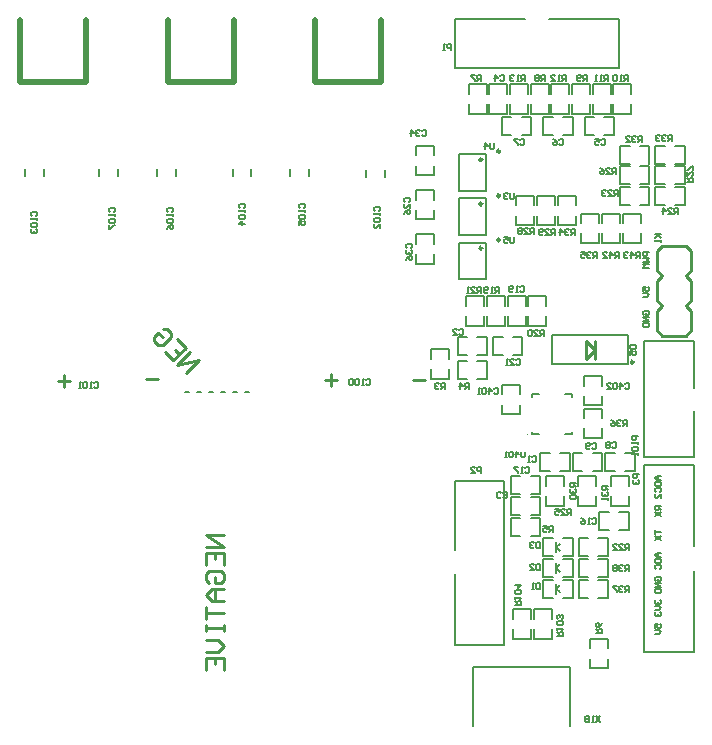
<source format=gbo>
G04*
G04 #@! TF.GenerationSoftware,Altium Limited,Altium Designer,19.1.8 (144)*
G04*
G04 Layer_Color=39423*
%FSLAX25Y25*%
%MOIN*%
G70*
G01*
G75*
%ADD10C,0.01000*%
%ADD11C,0.00984*%
%ADD13C,0.00787*%
%ADD14C,0.00700*%
%ADD15C,0.00500*%
%ADD126C,0.00394*%
%ADD127C,0.01968*%
D10*
X-13386Y-104882D02*
X-11575Y-106693D01*
X-13386Y-104882D02*
Y-98504D01*
X-11575Y-96693D01*
X-13386Y-94882D02*
X-11575Y-96693D01*
X-13386Y-94882D02*
Y-88504D01*
X-11575Y-86693D01*
X-13386Y-84882D02*
X-11575Y-86693D01*
X-13386Y-84882D02*
Y-78504D01*
X-11575Y-76693D01*
X-3701D01*
X-1890Y-78504D01*
Y-84882D02*
Y-78504D01*
X-3701Y-86693D02*
X-1890Y-84882D01*
X-3701Y-86693D02*
X-1890Y-88504D01*
Y-94882D02*
Y-88504D01*
X-3701Y-96693D02*
X-1890Y-94882D01*
X-3701Y-96693D02*
X-1890Y-98504D01*
Y-104882D02*
Y-98504D01*
X-3701Y-106693D02*
X-1890Y-104882D01*
X-11575Y-106693D02*
X-3701D01*
X-33941Y-114279D02*
Y-108374D01*
X-36894Y-114279D02*
X-33941Y-111327D01*
X-36894Y-114279D02*
Y-108374D01*
X-33941Y-111327D01*
Y-111327D02*
Y-111327D01*
X-183465Y-121109D02*
X-179466D01*
X-212992Y-121897D02*
X-208993D01*
X-210993Y-123896D02*
Y-119897D01*
X-124016Y-121503D02*
X-120017D01*
X-122016Y-123502D02*
Y-119504D01*
X-94488Y-121503D02*
X-90490D01*
X-157480Y-173228D02*
X-163478D01*
X-157480Y-177227D01*
X-163478D01*
Y-183225D02*
Y-179226D01*
X-157480D01*
Y-183225D01*
X-160479Y-179226D02*
Y-181226D01*
X-162479Y-189223D02*
X-163478Y-188224D01*
Y-186224D01*
X-162479Y-185224D01*
X-158480D01*
X-157480Y-186224D01*
Y-188224D01*
X-158480Y-189223D01*
X-160479D01*
Y-187224D01*
X-157480Y-191223D02*
X-161479D01*
X-163478Y-193222D01*
X-161479Y-195221D01*
X-157480D01*
X-160479D01*
Y-191223D01*
X-163478Y-197221D02*
Y-201219D01*
Y-199220D01*
X-157480D01*
X-163478Y-203219D02*
Y-205218D01*
Y-204218D01*
X-157480D01*
Y-203219D01*
Y-205218D01*
X-163478Y-208217D02*
X-159480D01*
X-157480Y-210216D01*
X-159480Y-212216D01*
X-163478D01*
Y-218214D02*
Y-214215D01*
X-157480D01*
Y-218214D01*
X-160479Y-214215D02*
Y-216214D01*
X-170276Y-119095D02*
X-166034Y-114853D01*
X-173103Y-116267D01*
X-168862Y-112026D01*
X-173103Y-107784D02*
X-170276Y-110612D01*
X-174517Y-114853D01*
X-177344Y-112026D01*
X-172396Y-112733D02*
X-173810Y-111319D01*
X-178051Y-104250D02*
X-176637D01*
X-175224Y-105664D01*
Y-107078D01*
X-178051Y-109905D01*
X-179465D01*
X-180879Y-108491D01*
Y-107078D01*
X-179465Y-105664D01*
X-178051Y-107078D01*
D11*
X-71457Y-47933D02*
G03*
X-71457Y-47933I-492J0D01*
G01*
X-65551Y-45177D02*
G03*
X-65551Y-45177I-492J0D01*
G01*
X-71457Y-62697D02*
G03*
X-71457Y-62697I-492J0D01*
G01*
X-65551Y-59941D02*
G03*
X-65551Y-59941I-492J0D01*
G01*
X-71457Y-77461D02*
G03*
X-71457Y-77461I-492J0D01*
G01*
X-65551Y-74705D02*
G03*
X-65551Y-74705I-492J0D01*
G01*
X-20965Y-115453D02*
G03*
X-20965Y-115453I-492J0D01*
G01*
D13*
X-79331Y-58268D02*
Y-46063D01*
X-70276Y-58268D02*
Y-46063D01*
X-79331Y-58268D02*
X-70276D01*
X-79331Y-46063D02*
X-70276D01*
X-79331Y-73032D02*
Y-60827D01*
X-70276Y-73032D02*
Y-60827D01*
X-79331Y-73032D02*
X-70276D01*
X-79331Y-60827D02*
X-70276D01*
X-79331Y-87795D02*
Y-75590D01*
X-70276Y-87795D02*
Y-75590D01*
X-79331Y-87795D02*
X-70276D01*
X-79331Y-75590D02*
X-70276D01*
X-173622Y-53543D02*
Y-51181D01*
X-179921Y-53543D02*
Y-51181D01*
X-135433Y-53543D02*
Y-51181D01*
X-129134Y-53543D02*
Y-51181D01*
X-154724Y-53543D02*
Y-51181D01*
X-148425Y-53543D02*
Y-51181D01*
X-217717Y-53543D02*
Y-51181D01*
X-224016Y-53543D02*
Y-51181D01*
X-103937Y-53642D02*
Y-51279D01*
X-110236Y-53642D02*
Y-51279D01*
X-43917Y-126181D02*
X-41535D01*
X-54921D02*
X-52539D01*
X-43917Y-139567D02*
X-41535D01*
X-54921D02*
X-52539D01*
X-41535Y-126969D02*
Y-126181D01*
Y-139567D02*
Y-138779D01*
X-54921Y-126969D02*
Y-126181D01*
Y-139567D02*
Y-138779D01*
X-192913Y-53543D02*
Y-51181D01*
X-199213Y-53543D02*
Y-51181D01*
D14*
X-37449Y-140727D02*
Y-137537D01*
X-31449Y-140727D02*
Y-137537D01*
Y-134087D02*
Y-130927D01*
X-37449Y-134087D02*
Y-130927D01*
X-31449D01*
X-37449Y-140727D02*
X-31449D01*
X-37449Y-129900D02*
X-31449D01*
X-37449Y-120100D02*
X-31449D01*
X-37449Y-123260D02*
Y-120100D01*
X-31449Y-123260D02*
Y-120100D01*
Y-129900D02*
Y-126710D01*
X-37449Y-129900D02*
Y-126710D01*
X-50244Y-163365D02*
X-44244D01*
X-50244Y-153565D02*
X-44244D01*
X-50244Y-156725D02*
Y-153565D01*
X-44244Y-156725D02*
Y-153565D01*
Y-163365D02*
Y-160175D01*
X-50244Y-163365D02*
Y-160175D01*
X-39417Y-163365D02*
X-33417D01*
X-39417Y-153565D02*
X-33417D01*
X-39417Y-156725D02*
Y-153565D01*
X-33417Y-156725D02*
Y-153565D01*
Y-163365D02*
Y-160175D01*
X-39417Y-163365D02*
Y-160175D01*
X-28591Y-163365D02*
X-22591D01*
X-28591Y-153565D02*
X-22591D01*
X-28591Y-156725D02*
Y-153565D01*
X-22591Y-156725D02*
Y-153565D01*
Y-163365D02*
Y-160175D01*
X-28591Y-163365D02*
Y-160175D01*
X-52144Y-145622D02*
X-48954D01*
X-52144Y-151622D02*
X-48954D01*
X-45504D02*
X-42344D01*
X-45504Y-145622D02*
X-42344D01*
Y-151622D02*
Y-145622D01*
X-52144Y-151622D02*
Y-145622D01*
X-93551Y-67892D02*
Y-64702D01*
X-87551Y-67892D02*
Y-64702D01*
Y-61252D02*
Y-58092D01*
X-93551Y-61252D02*
Y-58092D01*
X-87551D01*
X-93551Y-67892D02*
X-87551D01*
X-41317Y-145622D02*
X-38127D01*
X-41317Y-151622D02*
X-38127D01*
X-34677D02*
X-31517D01*
X-34677Y-145622D02*
X-31517D01*
Y-151622D02*
Y-145622D01*
X-41317Y-151622D02*
Y-145622D01*
X-93551Y-53128D02*
Y-49938D01*
X-87551Y-53128D02*
Y-49938D01*
Y-46488D02*
Y-43328D01*
X-93551Y-46488D02*
Y-43328D01*
X-87551D01*
X-93551Y-53128D02*
X-87551D01*
X-30491Y-145622D02*
X-27301D01*
X-30491Y-151622D02*
X-27301D01*
X-23851D02*
X-20691D01*
X-23851Y-145622D02*
X-20691D01*
Y-151622D02*
Y-145622D01*
X-30491Y-151622D02*
Y-145622D01*
X-93551Y-82656D02*
Y-79466D01*
X-87551Y-82656D02*
Y-79466D01*
Y-76016D02*
Y-72856D01*
X-93551Y-76016D02*
Y-72856D01*
X-87551D01*
X-93551Y-82656D02*
X-87551D01*
X-53197Y-69861D02*
X-47197D01*
X-53197Y-60061D02*
X-47197D01*
X-53197Y-63221D02*
Y-60061D01*
X-47197Y-63221D02*
Y-60061D01*
Y-69861D02*
Y-66671D01*
X-53197Y-69861D02*
Y-66671D01*
X-35677Y-207698D02*
X-29677D01*
X-35677Y-217498D02*
X-29677D01*
Y-214338D01*
X-35677Y-217498D02*
Y-214338D01*
Y-210888D02*
Y-207698D01*
X-29677Y-210888D02*
Y-207698D01*
X-65008Y-132853D02*
X-59008D01*
X-65008Y-123053D02*
X-59008D01*
X-65008Y-126213D02*
Y-123053D01*
X-59008Y-126213D02*
Y-123053D01*
Y-132853D02*
Y-129663D01*
X-65008Y-132853D02*
Y-129663D01*
X-73093Y-113237D02*
X-69902D01*
X-73093Y-107237D02*
X-69902D01*
X-79703D02*
X-76543D01*
X-79703Y-113237D02*
X-76543D01*
X-79703D02*
Y-107237D01*
X-69902Y-113237D02*
Y-107237D01*
X-63142Y-25990D02*
Y-22800D01*
X-69142Y-25990D02*
Y-22800D01*
Y-32600D02*
Y-29440D01*
X-63142Y-32600D02*
Y-29440D01*
X-69142Y-32600D02*
X-63142D01*
X-69142Y-22800D02*
X-63142D01*
X-30770Y-39670D02*
X-27580D01*
X-30770Y-33670D02*
X-27580D01*
X-37380D02*
X-34220D01*
X-37380Y-39670D02*
X-34220D01*
X-37380D02*
Y-33670D01*
X-27580Y-39670D02*
Y-33670D01*
X-44550Y-39670D02*
X-41360D01*
X-44550Y-33670D02*
X-41360D01*
X-51160D02*
X-48000D01*
X-51160Y-39670D02*
X-48000D01*
X-51160D02*
Y-33670D01*
X-41360Y-39670D02*
Y-33670D01*
X-58329Y-39670D02*
X-55139D01*
X-58329Y-33670D02*
X-55139D01*
X-64939D02*
X-61779D01*
X-64939Y-39670D02*
X-61779D01*
X-64939D02*
Y-33670D01*
X-55139Y-39670D02*
Y-33670D01*
X-25849Y-171307D02*
X-22659D01*
X-25849Y-165307D02*
X-22659D01*
X-32459D02*
X-29299D01*
X-32459Y-171307D02*
X-29299D01*
X-32459D02*
Y-165307D01*
X-22659Y-171307D02*
Y-165307D01*
X-55377Y-159496D02*
X-52187D01*
X-55377Y-153496D02*
X-52187D01*
X-61987D02*
X-58827D01*
X-61987Y-159496D02*
X-58827D01*
X-61987D02*
Y-153496D01*
X-52187Y-159496D02*
Y-153496D01*
X-57039Y-96715D02*
Y-93525D01*
X-63039Y-96715D02*
Y-93525D01*
Y-103325D02*
Y-100165D01*
X-57039Y-103325D02*
Y-100165D01*
X-63039Y-103325D02*
X-57039D01*
X-63039Y-93525D02*
X-57039D01*
X-67892Y-107236D02*
X-64702D01*
X-67892Y-113236D02*
X-64702D01*
X-61252D02*
X-58092D01*
X-61252Y-107236D02*
X-58092D01*
Y-113236D02*
Y-107236D01*
X-67892Y-113236D02*
Y-107236D01*
X-985Y-147244D02*
Y-131890D01*
X-17520Y-147244D02*
X-985D01*
X-17520D02*
Y-108268D01*
X-985D01*
Y-124016D02*
Y-108268D01*
X-80708Y-984D02*
X-57086D01*
X-80708Y-17519D02*
Y-984D01*
Y-17519D02*
X-25984D01*
Y-984D01*
X-49212D02*
X-25984D01*
X-80709Y-209646D02*
Y-186024D01*
Y-209646D02*
X-64173D01*
Y-154921D01*
X-80709D02*
X-64173D01*
X-80709Y-178150D02*
Y-154921D01*
X-984Y-212205D02*
Y-185039D01*
X-17520Y-212205D02*
X-984D01*
X-17520D02*
Y-149606D01*
X-984D01*
Y-176772D02*
Y-149606D01*
X-88630Y-121042D02*
Y-117852D01*
X-82630Y-121042D02*
Y-117852D01*
Y-114402D02*
Y-111242D01*
X-88630Y-114402D02*
Y-111242D01*
X-82630D01*
X-88630Y-121042D02*
X-82630D01*
X-79703Y-115111D02*
X-76512D01*
X-79703Y-121111D02*
X-76512D01*
X-73062D02*
X-69902D01*
X-73062Y-115111D02*
X-69902D01*
Y-121111D02*
Y-115111D01*
X-79703Y-121111D02*
Y-115111D01*
X-76032Y-32600D02*
Y-29410D01*
X-70031Y-32600D02*
Y-29410D01*
Y-25960D02*
Y-22800D01*
X-76032Y-25960D02*
Y-22800D01*
X-70031D01*
X-76032Y-32600D02*
X-70031D01*
X-49362Y-25990D02*
Y-22800D01*
X-55362Y-25990D02*
Y-22800D01*
Y-32600D02*
Y-29440D01*
X-49362Y-32600D02*
Y-29440D01*
X-55362Y-32600D02*
X-49362D01*
X-55362Y-22800D02*
X-49362D01*
X-35583Y-25990D02*
Y-22800D01*
X-41583Y-25990D02*
Y-22800D01*
Y-32600D02*
Y-29440D01*
X-35583Y-32600D02*
Y-29440D01*
X-41583Y-32600D02*
X-35583D01*
X-41583Y-22800D02*
X-35583D01*
X-21803Y-25990D02*
Y-22800D01*
X-27803Y-25990D02*
Y-22800D01*
Y-32600D02*
Y-29440D01*
X-21803Y-32600D02*
Y-29440D01*
X-27803Y-32600D02*
X-21803D01*
X-27803Y-22800D02*
X-21803D01*
X-34693Y-32600D02*
Y-29410D01*
X-28693Y-32600D02*
Y-29410D01*
Y-25960D02*
Y-22800D01*
X-34693Y-25960D02*
Y-22800D01*
X-28693D01*
X-34693Y-32600D02*
X-28693D01*
X-48472D02*
Y-29410D01*
X-42472Y-32600D02*
Y-29410D01*
Y-25960D02*
Y-22800D01*
X-48472Y-25960D02*
Y-22800D01*
X-42472D01*
X-48472Y-32600D02*
X-42472D01*
X-62252D02*
Y-29410D01*
X-56252Y-32600D02*
Y-29410D01*
Y-25960D02*
Y-22800D01*
X-62252Y-25960D02*
Y-22800D01*
X-56252D01*
X-62252Y-32600D02*
X-56252D01*
X-63929Y-96715D02*
Y-93525D01*
X-69929Y-96715D02*
Y-93525D01*
Y-103325D02*
Y-100165D01*
X-63929Y-103325D02*
Y-100165D01*
X-69929Y-103325D02*
X-63929D01*
X-69929Y-93525D02*
X-63929D01*
X-50150Y-96715D02*
Y-93525D01*
X-56150Y-96715D02*
Y-93525D01*
Y-103325D02*
Y-100165D01*
X-50150Y-103325D02*
Y-100165D01*
X-56150Y-103325D02*
X-50150D01*
X-56150Y-93525D02*
X-50150D01*
X-70819Y-96715D02*
Y-93525D01*
X-76819Y-96715D02*
Y-93525D01*
Y-103325D02*
Y-100165D01*
X-70819Y-103325D02*
Y-100165D01*
X-76819Y-103325D02*
X-70819D01*
X-76819Y-93525D02*
X-70819D01*
X-25569Y-57039D02*
X-22379D01*
X-25569Y-63039D02*
X-22379D01*
X-18929D02*
X-15769D01*
X-18929Y-57039D02*
X-15769D01*
Y-63039D02*
Y-57039D01*
X-25569Y-63039D02*
Y-57039D01*
X-7148Y-63039D02*
X-3958D01*
X-7148Y-57039D02*
X-3958D01*
X-13758D02*
X-10598D01*
X-13758Y-63039D02*
X-10598D01*
X-13758D02*
Y-57039D01*
X-3958Y-63039D02*
Y-57039D01*
X-25569Y-50150D02*
X-22379D01*
X-25569Y-56150D02*
X-22379D01*
X-18929D02*
X-15769D01*
X-18929Y-50150D02*
X-15769D01*
Y-56150D02*
Y-50150D01*
X-25569Y-56150D02*
Y-50150D01*
X-7148Y-56150D02*
X-3958D01*
X-7148Y-50150D02*
X-3958D01*
X-13758D02*
X-10598D01*
X-13758Y-56150D02*
X-10598D01*
X-13758D02*
Y-50150D01*
X-3958Y-56150D02*
Y-50150D01*
X-60087Y-69861D02*
Y-66671D01*
X-54087Y-69861D02*
Y-66671D01*
Y-63221D02*
Y-60061D01*
X-60087Y-63221D02*
Y-60061D01*
X-54087D01*
X-60087Y-69861D02*
X-54087D01*
X-25569Y-43260D02*
X-22379D01*
X-25569Y-49260D02*
X-22379D01*
X-18929Y-43260D02*
X-15769D01*
Y-49260D02*
Y-43260D01*
X-25569Y-49260D02*
Y-43260D01*
X-7148Y-49260D02*
X-3958D01*
X-7148Y-43260D02*
X-3958D01*
X-13758D02*
X-10598D01*
X-13758Y-49260D02*
X-10598D01*
X-13758D02*
Y-43260D01*
X-3958Y-49260D02*
Y-43260D01*
X-46307Y-69861D02*
Y-66671D01*
X-40307Y-69861D02*
Y-66671D01*
Y-63221D02*
Y-60061D01*
X-46307Y-63221D02*
Y-60061D01*
X-40307D01*
X-46307Y-69861D02*
X-40307D01*
X-38433Y-75766D02*
Y-72576D01*
X-32433Y-75766D02*
Y-72576D01*
Y-69126D02*
Y-65966D01*
X-38433Y-69126D02*
Y-65966D01*
X-32433D01*
X-38433Y-75766D02*
X-32433D01*
X-31543D02*
Y-72576D01*
X-25543Y-75766D02*
Y-72576D01*
Y-69126D02*
Y-65966D01*
X-31543Y-69126D02*
Y-65966D01*
X-25543D01*
X-31543Y-75766D02*
X-25543D01*
X-24654D02*
Y-72576D01*
X-18654Y-75766D02*
Y-72576D01*
Y-69126D02*
Y-65966D01*
X-24654Y-69126D02*
Y-65966D01*
X-18654D01*
X-24654Y-75766D02*
X-18654D01*
X-48181Y-201046D02*
Y-197856D01*
X-54181Y-201046D02*
Y-197856D01*
Y-207656D02*
Y-204496D01*
X-48181Y-207656D02*
Y-204496D01*
X-54181Y-207656D02*
X-48181D01*
X-54181Y-197856D02*
X-48181D01*
X-55268Y-201046D02*
Y-197856D01*
X-61268Y-201046D02*
Y-197856D01*
Y-207656D02*
Y-204496D01*
X-55268Y-207656D02*
Y-204496D01*
X-61268Y-207656D02*
X-55268D01*
X-61268Y-197856D02*
X-55268D01*
X-55377Y-166386D02*
X-52187Y-166386D01*
X-55377Y-160386D02*
X-52187D01*
X-61987D02*
X-58827D01*
X-61987Y-166386D02*
X-58827D01*
X-61987D02*
Y-160386D01*
X-52187Y-166386D02*
Y-160386D01*
X-51160Y-187946D02*
X-47970D01*
X-51160Y-193946D02*
X-47970D01*
X-44520D02*
X-41360D01*
X-44520Y-187946D02*
X-41360D01*
Y-193946D02*
Y-187946D01*
X-51160Y-193946D02*
Y-187946D01*
X-46860Y-190946D02*
X-45660Y-189746D01*
X-46860Y-190946D02*
X-45660Y-192146D01*
X-46860Y-192646D02*
Y-189246D01*
Y-185756D02*
Y-182356D01*
Y-184056D02*
X-45660Y-185256D01*
X-46860Y-184056D02*
X-45660Y-182856D01*
X-51160Y-181056D02*
X-47970D01*
X-51160Y-187056D02*
X-47970D01*
X-44520D02*
X-41360D01*
X-44520Y-181056D02*
X-41360D01*
Y-187056D02*
Y-181056D01*
X-51160Y-187056D02*
Y-181056D01*
X-46860Y-178866D02*
Y-175466D01*
Y-177166D02*
X-45660Y-178366D01*
X-46860Y-177166D02*
X-45660Y-175966D01*
X-51160Y-174166D02*
X-47970D01*
X-51160Y-180166D02*
X-47970D01*
X-44520D02*
X-41360D01*
X-44520Y-174166D02*
X-41360D01*
Y-180166D02*
Y-174166D01*
X-51160Y-180166D02*
Y-174166D01*
X-61987Y-167276D02*
X-58797D01*
X-61987Y-173276D02*
X-58797D01*
X-55347D02*
X-52187D01*
X-55347Y-167276D02*
X-52187D01*
Y-173276D02*
Y-167276D01*
X-61987Y-173276D02*
Y-167276D01*
X-32739Y-180166D02*
X-29549D01*
X-32739Y-174166D02*
X-29549D01*
X-39349D02*
X-36189D01*
X-39349Y-180166D02*
X-36189D01*
X-39349D02*
Y-174166D01*
X-29549Y-180166D02*
Y-174166D01*
X-32739Y-193946D02*
X-29549D01*
X-32739Y-187946D02*
X-29549D01*
X-39349D02*
X-36189D01*
X-39349Y-193946D02*
X-36189D01*
X-39349D02*
Y-187946D01*
X-29549Y-193946D02*
Y-187946D01*
X-32739Y-187056D02*
X-29549D01*
X-32739Y-181056D02*
X-29549D01*
X-39349D02*
X-36189D01*
X-39349Y-187056D02*
X-36189D01*
X-39349D02*
Y-181056D01*
X-29549Y-187056D02*
Y-181056D01*
X-48228Y-106496D02*
X-23031D01*
Y-115945D02*
Y-106496D01*
X-48228Y-115945D02*
X-23031D01*
X-48228D02*
Y-106496D01*
X-42126Y-236811D02*
Y-216929D01*
X-59134D02*
X-42126D01*
X-74410D02*
X-59134D01*
X-74410Y-236811D02*
Y-216929D01*
D15*
X-17747Y-91884D02*
Y-90551D01*
X-16748D01*
X-17081Y-91218D01*
Y-91551D01*
X-16748Y-91884D01*
X-16081D01*
X-15748Y-91551D01*
Y-90884D01*
X-16081Y-90551D01*
X-17747Y-92550D02*
X-16414D01*
X-15748Y-93217D01*
X-16414Y-93883D01*
X-17747D01*
X-15748Y-78740D02*
X-17747D01*
Y-79740D01*
X-17414Y-80073D01*
X-16748D01*
X-16414Y-79740D01*
Y-78740D01*
X-17747Y-80739D02*
X-15748D01*
X-16414Y-81406D01*
X-15748Y-82072D01*
X-17747D01*
X-15748Y-82739D02*
X-17747D01*
X-17081Y-83405D01*
X-17747Y-84072D01*
X-15748D01*
X-17414Y-99758D02*
X-17747Y-99425D01*
Y-98758D01*
X-17414Y-98425D01*
X-16081D01*
X-15748Y-98758D01*
Y-99425D01*
X-16081Y-99758D01*
X-16748D01*
Y-99092D01*
X-15748Y-100425D02*
X-17747D01*
X-15748Y-101757D01*
X-17747D01*
Y-102424D02*
X-15748D01*
Y-103424D01*
X-16081Y-103757D01*
X-17414D01*
X-17747Y-103424D01*
Y-102424D01*
X-13810Y-204089D02*
Y-202756D01*
X-12811D01*
X-13144Y-203422D01*
Y-203756D01*
X-12811Y-204089D01*
X-12144D01*
X-11811Y-203756D01*
Y-203089D01*
X-12144Y-202756D01*
X-13810Y-204755D02*
X-12477D01*
X-11811Y-205422D01*
X-12477Y-206088D01*
X-13810D01*
X-13477Y-194882D02*
X-13810Y-195215D01*
Y-195882D01*
X-13477Y-196215D01*
X-13144D01*
X-12811Y-195882D01*
Y-195548D01*
Y-195882D01*
X-12477Y-196215D01*
X-12144D01*
X-11811Y-195882D01*
Y-195215D01*
X-12144Y-194882D01*
X-13810Y-196881D02*
X-12477D01*
X-11811Y-197548D01*
X-12477Y-198214D01*
X-13810D01*
X-13477Y-198881D02*
X-13810Y-199214D01*
Y-199880D01*
X-13477Y-200214D01*
X-13144D01*
X-12811Y-199880D01*
Y-199547D01*
Y-199880D01*
X-12477Y-200214D01*
X-12144D01*
X-11811Y-199880D01*
Y-199214D01*
X-12144Y-198881D01*
X-13477Y-188341D02*
X-13810Y-188007D01*
Y-187341D01*
X-13477Y-187008D01*
X-12144D01*
X-11811Y-187341D01*
Y-188007D01*
X-12144Y-188341D01*
X-12811D01*
Y-187674D01*
X-11811Y-189007D02*
X-13810D01*
X-11811Y-190340D01*
X-13810D01*
Y-191007D02*
X-11811D01*
Y-192006D01*
X-12144Y-192340D01*
X-13477D01*
X-13810Y-192006D01*
Y-191007D01*
X-11811Y-179134D02*
X-13144D01*
X-13810Y-179800D01*
X-13144Y-180467D01*
X-11811D01*
X-12811D01*
Y-179134D01*
X-13810Y-181133D02*
X-11811D01*
Y-182133D01*
X-12144Y-182466D01*
X-13477D01*
X-13810Y-182133D01*
Y-181133D01*
X-13477Y-184466D02*
X-13810Y-184132D01*
Y-183466D01*
X-13477Y-183133D01*
X-12144D01*
X-11811Y-183466D01*
Y-184132D01*
X-12144Y-184466D01*
X-11811Y-163386D02*
X-13810D01*
Y-164385D01*
X-13477Y-164719D01*
X-12811D01*
X-12477Y-164385D01*
Y-163386D01*
Y-164052D02*
X-11811Y-164719D01*
X-13810Y-165385D02*
X-11811Y-166718D01*
X-13810D02*
X-11811Y-165385D01*
X-13810Y-171260D02*
Y-172593D01*
Y-171926D01*
X-11811D01*
X-13810Y-173259D02*
X-11811Y-174592D01*
X-13810D02*
X-11811Y-173259D01*
Y-153543D02*
X-13144D01*
X-13810Y-154210D01*
X-13144Y-154876D01*
X-11811D01*
X-12811D01*
Y-153543D01*
X-13810Y-155543D02*
X-11811D01*
Y-156542D01*
X-12144Y-156876D01*
X-13477D01*
X-13810Y-156542D01*
Y-155543D01*
X-13477Y-158875D02*
X-13810Y-158542D01*
Y-157875D01*
X-13477Y-157542D01*
X-12144D01*
X-11811Y-157875D01*
Y-158542D01*
X-12144Y-158875D01*
X-11811Y-160874D02*
Y-159541D01*
X-13144Y-160874D01*
X-13477D01*
X-13810Y-160541D01*
Y-159875D01*
X-13477Y-159541D01*
X-170472Y-125378D02*
X-169140D01*
X-166474D02*
X-165141D01*
X-162475D02*
X-161142D01*
X-158476D02*
X-157143D01*
X-154478D02*
X-153145D01*
X-150479D02*
X-149146D01*
X-195564Y-65506D02*
X-195897Y-65173D01*
Y-64506D01*
X-195564Y-64173D01*
X-194231D01*
X-193898Y-64506D01*
Y-65173D01*
X-194231Y-65506D01*
X-193898Y-66173D02*
Y-66839D01*
Y-66506D01*
X-195897D01*
X-195564Y-66173D01*
Y-67839D02*
X-195897Y-68172D01*
Y-68838D01*
X-195564Y-69172D01*
X-194231D01*
X-193898Y-68838D01*
Y-68172D01*
X-194231Y-67839D01*
X-195564D01*
X-195897Y-69838D02*
Y-71171D01*
X-195564D01*
X-194231Y-69838D01*
X-193898D01*
X-32283Y-233434D02*
X-33616Y-235433D01*
Y-233434D02*
X-32283Y-235433D01*
X-34283D02*
X-34949D01*
X-34616D01*
Y-233434D01*
X-34283Y-233767D01*
X-35949Y-233434D02*
Y-235433D01*
X-36949D01*
X-37282Y-235100D01*
Y-234767D01*
X-36949Y-234433D01*
X-35949D01*
X-36949D01*
X-37282Y-234100D01*
Y-233767D01*
X-36949Y-233434D01*
X-35949D01*
X-22441Y-185039D02*
Y-183040D01*
X-23441D01*
X-23774Y-183373D01*
Y-184040D01*
X-23441Y-184373D01*
X-22441D01*
X-23107D02*
X-23774Y-185039D01*
X-24440Y-183373D02*
X-24773Y-183040D01*
X-25440D01*
X-25773Y-183373D01*
Y-183706D01*
X-25440Y-184040D01*
X-25107D01*
X-25440D01*
X-25773Y-184373D01*
Y-184706D01*
X-25440Y-185039D01*
X-24773D01*
X-24440Y-184706D01*
X-26440Y-183373D02*
X-26773Y-183040D01*
X-27439D01*
X-27773Y-183373D01*
Y-183706D01*
X-27439Y-184040D01*
X-27773Y-184373D01*
Y-184706D01*
X-27439Y-185039D01*
X-26773D01*
X-26440Y-184706D01*
Y-184373D01*
X-26773Y-184040D01*
X-26440Y-183706D01*
Y-183373D01*
X-26773Y-184040D02*
X-27439D01*
X-22441Y-192126D02*
Y-190127D01*
X-23441D01*
X-23774Y-190460D01*
Y-191126D01*
X-23441Y-191460D01*
X-22441D01*
X-23107D02*
X-23774Y-192126D01*
X-24440Y-190460D02*
X-24773Y-190127D01*
X-25440D01*
X-25773Y-190460D01*
Y-190793D01*
X-25440Y-191126D01*
X-25107D01*
X-25440D01*
X-25773Y-191460D01*
Y-191793D01*
X-25440Y-192126D01*
X-24773D01*
X-24440Y-191793D01*
X-26440Y-190127D02*
X-27773D01*
Y-190460D01*
X-26440Y-191793D01*
Y-192126D01*
X-22441Y-177953D02*
Y-175953D01*
X-23441D01*
X-23774Y-176287D01*
Y-176953D01*
X-23441Y-177286D01*
X-22441D01*
X-23107D02*
X-23774Y-177953D01*
X-25773D02*
X-24440D01*
X-25773Y-176620D01*
Y-176287D01*
X-25440Y-175953D01*
X-24773D01*
X-24440Y-176287D01*
X-27773Y-177953D02*
X-26440D01*
X-27773Y-176620D01*
Y-176287D01*
X-27439Y-175953D01*
X-26773D01*
X-26440Y-176287D01*
X-48031Y-172047D02*
Y-170048D01*
X-49031D01*
X-49364Y-170381D01*
Y-171048D01*
X-49031Y-171381D01*
X-48031D01*
X-48698D02*
X-49364Y-172047D01*
X-51364Y-170048D02*
X-50031D01*
Y-171048D01*
X-50697Y-170714D01*
X-51030D01*
X-51364Y-171048D01*
Y-171714D01*
X-51030Y-172047D01*
X-50364D01*
X-50031Y-171714D01*
X-13810Y-72835D02*
X-11811D01*
X-12477D01*
X-13810Y-74168D01*
X-12811Y-73168D01*
X-11811Y-74168D01*
Y-74834D02*
Y-75501D01*
Y-75167D01*
X-13810D01*
X-13477Y-74834D01*
X-52362Y-175560D02*
Y-177559D01*
X-53362D01*
X-53695Y-177226D01*
Y-175893D01*
X-53362Y-175560D01*
X-52362D01*
X-54361Y-175893D02*
X-54695Y-175560D01*
X-55361D01*
X-55694Y-175893D01*
Y-176226D01*
X-55361Y-176559D01*
X-55028D01*
X-55361D01*
X-55694Y-176893D01*
Y-177226D01*
X-55361Y-177559D01*
X-54695D01*
X-54361Y-177226D01*
X-52362Y-182646D02*
Y-184646D01*
X-53362D01*
X-53695Y-184312D01*
Y-182980D01*
X-53362Y-182646D01*
X-52362D01*
X-55694Y-184646D02*
X-54361D01*
X-55694Y-183313D01*
Y-182980D01*
X-55361Y-182646D01*
X-54695D01*
X-54361Y-182980D01*
X-52362Y-188945D02*
Y-190945D01*
X-53362D01*
X-53695Y-190612D01*
Y-189279D01*
X-53362Y-188945D01*
X-52362D01*
X-54361Y-190945D02*
X-55028D01*
X-54695D01*
Y-188945D01*
X-54361Y-189279D01*
X-65203Y-160327D02*
X-65536Y-160661D01*
X-66202D01*
X-66536Y-160327D01*
Y-158995D01*
X-66202Y-158661D01*
X-65536D01*
X-65203Y-158995D01*
X-64536Y-160327D02*
X-64203Y-160661D01*
X-63537D01*
X-63203Y-160327D01*
Y-159994D01*
X-63537Y-159661D01*
X-63870D01*
X-63537D01*
X-63203Y-159328D01*
Y-158995D01*
X-63537Y-158661D01*
X-64203D01*
X-64536Y-158995D01*
X-57283Y-145245D02*
Y-146911D01*
X-57617Y-147244D01*
X-58283D01*
X-58616Y-146911D01*
Y-145245D01*
X-60282Y-147244D02*
Y-145245D01*
X-59283Y-146244D01*
X-60616D01*
X-61282Y-145578D02*
X-61615Y-145245D01*
X-62282D01*
X-62615Y-145578D01*
Y-146911D01*
X-62282Y-147244D01*
X-61615D01*
X-61282Y-146911D01*
Y-145578D01*
X-63282Y-147244D02*
X-63948D01*
X-63615D01*
Y-145245D01*
X-63282Y-145578D01*
X-60630Y-196457D02*
X-58631D01*
Y-195457D01*
X-58964Y-195124D01*
X-59630D01*
X-59964Y-195457D01*
Y-196457D01*
Y-195790D02*
X-60630Y-195124D01*
Y-194457D02*
Y-193791D01*
Y-194124D01*
X-58631D01*
X-58964Y-194457D01*
Y-192791D02*
X-58631Y-192458D01*
Y-191791D01*
X-58964Y-191458D01*
X-60297D01*
X-60630Y-191791D01*
Y-192458D01*
X-60297Y-192791D01*
X-58964D01*
X-60630Y-189792D02*
X-58631D01*
X-59630Y-190792D01*
Y-189459D01*
X-46457Y-206693D02*
X-44457D01*
Y-205693D01*
X-44791Y-205360D01*
X-45457D01*
X-45790Y-205693D01*
Y-206693D01*
Y-206027D02*
X-46457Y-205360D01*
Y-204694D02*
Y-204027D01*
Y-204360D01*
X-44457D01*
X-44791Y-204694D01*
Y-203027D02*
X-44457Y-202694D01*
Y-202028D01*
X-44791Y-201694D01*
X-46123D01*
X-46457Y-202028D01*
Y-202694D01*
X-46123Y-203027D01*
X-44791D01*
Y-201028D02*
X-44457Y-200695D01*
Y-200028D01*
X-44791Y-199695D01*
X-45124D01*
X-45457Y-200028D01*
Y-200362D01*
Y-200028D01*
X-45790Y-199695D01*
X-46123D01*
X-46457Y-200028D01*
Y-200695D01*
X-46123Y-201028D01*
X-18898Y-80709D02*
Y-78709D01*
X-19897D01*
X-20231Y-79043D01*
Y-79709D01*
X-19897Y-80042D01*
X-18898D01*
X-19564D02*
X-20231Y-80709D01*
X-21897D02*
Y-78709D01*
X-20897Y-79709D01*
X-22230D01*
X-22896Y-79043D02*
X-23230Y-78709D01*
X-23896D01*
X-24229Y-79043D01*
Y-79376D01*
X-23896Y-79709D01*
X-23563D01*
X-23896D01*
X-24229Y-80042D01*
Y-80375D01*
X-23896Y-80709D01*
X-23230D01*
X-22896Y-80375D01*
X-25984Y-80709D02*
Y-78709D01*
X-26984D01*
X-27317Y-79043D01*
Y-79709D01*
X-26984Y-80042D01*
X-25984D01*
X-26651D02*
X-27317Y-80709D01*
X-28983D02*
Y-78709D01*
X-27984Y-79709D01*
X-29316D01*
X-31316Y-80709D02*
X-29983D01*
X-31316Y-79376D01*
Y-79043D01*
X-30983Y-78709D01*
X-30316D01*
X-29983Y-79043D01*
X-33071Y-80709D02*
Y-78709D01*
X-34071D01*
X-34404Y-79043D01*
Y-79709D01*
X-34071Y-80042D01*
X-33071D01*
X-33737D02*
X-34404Y-80709D01*
X-35070Y-79043D02*
X-35403Y-78709D01*
X-36070D01*
X-36403Y-79043D01*
Y-79376D01*
X-36070Y-79709D01*
X-35737D01*
X-36070D01*
X-36403Y-80042D01*
Y-80375D01*
X-36070Y-80709D01*
X-35403D01*
X-35070Y-80375D01*
X-38403Y-78709D02*
X-37070D01*
Y-79709D01*
X-37736Y-79376D01*
X-38069D01*
X-38403Y-79709D01*
Y-80375D01*
X-38069Y-80709D01*
X-37403D01*
X-37070Y-80375D01*
X-40551Y-73228D02*
Y-71229D01*
X-41551D01*
X-41884Y-71562D01*
Y-72229D01*
X-41551Y-72562D01*
X-40551D01*
X-41218D02*
X-41884Y-73228D01*
X-42551Y-71562D02*
X-42884Y-71229D01*
X-43550D01*
X-43883Y-71562D01*
Y-71895D01*
X-43550Y-72229D01*
X-43217D01*
X-43550D01*
X-43883Y-72562D01*
Y-72895D01*
X-43550Y-73228D01*
X-42884D01*
X-42551Y-72895D01*
X-45550Y-73228D02*
Y-71229D01*
X-44550Y-72229D01*
X-45883D01*
X-8268Y-41732D02*
Y-39733D01*
X-9267D01*
X-9601Y-40066D01*
Y-40733D01*
X-9267Y-41066D01*
X-8268D01*
X-8934D02*
X-9601Y-41732D01*
X-10267Y-40066D02*
X-10600Y-39733D01*
X-11267D01*
X-11600Y-40066D01*
Y-40399D01*
X-11267Y-40733D01*
X-10933D01*
X-11267D01*
X-11600Y-41066D01*
Y-41399D01*
X-11267Y-41732D01*
X-10600D01*
X-10267Y-41399D01*
X-12266Y-40066D02*
X-12600Y-39733D01*
X-13266D01*
X-13599Y-40066D01*
Y-40399D01*
X-13266Y-40733D01*
X-12933D01*
X-13266D01*
X-13599Y-41066D01*
Y-41399D01*
X-13266Y-41732D01*
X-12600D01*
X-12266Y-41399D01*
X-18110Y-42126D02*
Y-40127D01*
X-19110D01*
X-19443Y-40460D01*
Y-41126D01*
X-19110Y-41460D01*
X-18110D01*
X-18777D02*
X-19443Y-42126D01*
X-20110Y-40460D02*
X-20443Y-40127D01*
X-21109D01*
X-21442Y-40460D01*
Y-40793D01*
X-21109Y-41126D01*
X-20776D01*
X-21109D01*
X-21442Y-41460D01*
Y-41793D01*
X-21109Y-42126D01*
X-20443D01*
X-20110Y-41793D01*
X-23442Y-42126D02*
X-22109D01*
X-23442Y-40793D01*
Y-40460D01*
X-23109Y-40127D01*
X-22442D01*
X-22109Y-40460D01*
X-54331Y-72835D02*
Y-70835D01*
X-55330D01*
X-55664Y-71169D01*
Y-71835D01*
X-55330Y-72168D01*
X-54331D01*
X-54997D02*
X-55664Y-72835D01*
X-57663D02*
X-56330D01*
X-57663Y-71502D01*
Y-71169D01*
X-57330Y-70835D01*
X-56663D01*
X-56330Y-71169D01*
X-58329D02*
X-58663Y-70835D01*
X-59329D01*
X-59662Y-71169D01*
Y-71502D01*
X-59329Y-71835D01*
X-59662Y-72168D01*
Y-72501D01*
X-59329Y-72835D01*
X-58663D01*
X-58329Y-72501D01*
Y-72168D01*
X-58663Y-71835D01*
X-58329Y-71502D01*
Y-71169D01*
X-58663Y-71835D02*
X-59329D01*
X-3150Y-55512D02*
X-1150D01*
Y-54512D01*
X-1484Y-54179D01*
X-2150D01*
X-2483Y-54512D01*
Y-55512D01*
Y-54845D02*
X-3150Y-54179D01*
Y-52180D02*
Y-53513D01*
X-1817Y-52180D01*
X-1484D01*
X-1150Y-52513D01*
Y-53179D01*
X-1484Y-53513D01*
X-1150Y-51513D02*
Y-50180D01*
X-1484D01*
X-2816Y-51513D01*
X-3150D01*
X-26772Y-52756D02*
Y-50757D01*
X-27771D01*
X-28105Y-51090D01*
Y-51756D01*
X-27771Y-52090D01*
X-26772D01*
X-27438D02*
X-28105Y-52756D01*
X-30104D02*
X-28771D01*
X-30104Y-51423D01*
Y-51090D01*
X-29771Y-50757D01*
X-29104D01*
X-28771Y-51090D01*
X-32103Y-50757D02*
X-31437Y-51090D01*
X-30770Y-51756D01*
Y-52423D01*
X-31104Y-52756D01*
X-31770D01*
X-32103Y-52423D01*
Y-52090D01*
X-31770Y-51756D01*
X-30770D01*
X-6299Y-66142D02*
Y-64142D01*
X-7299D01*
X-7632Y-64476D01*
Y-65142D01*
X-7299Y-65475D01*
X-6299D01*
X-6966D02*
X-7632Y-66142D01*
X-9631D02*
X-8299D01*
X-9631Y-64809D01*
Y-64476D01*
X-9298Y-64142D01*
X-8632D01*
X-8299Y-64476D01*
X-11298Y-66142D02*
Y-64142D01*
X-10298Y-65142D01*
X-11631D01*
X-26378Y-60236D02*
Y-58237D01*
X-27378D01*
X-27711Y-58570D01*
Y-59237D01*
X-27378Y-59570D01*
X-26378D01*
X-27044D02*
X-27711Y-60236D01*
X-29710D02*
X-28377D01*
X-29710Y-58903D01*
Y-58570D01*
X-29377Y-58237D01*
X-28710D01*
X-28377Y-58570D01*
X-30377D02*
X-30710Y-58237D01*
X-31376D01*
X-31710Y-58570D01*
Y-58903D01*
X-31376Y-59237D01*
X-31043D01*
X-31376D01*
X-31710Y-59570D01*
Y-59903D01*
X-31376Y-60236D01*
X-30710D01*
X-30377Y-59903D01*
X-72047Y-92520D02*
Y-90520D01*
X-73047D01*
X-73380Y-90854D01*
Y-91520D01*
X-73047Y-91853D01*
X-72047D01*
X-72714D02*
X-73380Y-92520D01*
X-75380D02*
X-74047D01*
X-75380Y-91187D01*
Y-90854D01*
X-75046Y-90520D01*
X-74380D01*
X-74047Y-90854D01*
X-76046Y-92520D02*
X-76712D01*
X-76379D01*
Y-90520D01*
X-76046Y-90854D01*
X-50787Y-106693D02*
Y-104694D01*
X-51787D01*
X-52120Y-105027D01*
Y-105693D01*
X-51787Y-106026D01*
X-50787D01*
X-51454D02*
X-52120Y-106693D01*
X-54120D02*
X-52787D01*
X-54120Y-105360D01*
Y-105027D01*
X-53786Y-104694D01*
X-53120D01*
X-52787Y-105027D01*
X-54786D02*
X-55119Y-104694D01*
X-55786D01*
X-56119Y-105027D01*
Y-106360D01*
X-55786Y-106693D01*
X-55119D01*
X-54786Y-106360D01*
Y-105027D01*
X-65748Y-92520D02*
Y-90520D01*
X-66748D01*
X-67081Y-90854D01*
Y-91520D01*
X-66748Y-91853D01*
X-65748D01*
X-66414D02*
X-67081Y-92520D01*
X-67747D02*
X-68414D01*
X-68081D01*
Y-90520D01*
X-67747Y-90854D01*
X-69414Y-92186D02*
X-69747Y-92520D01*
X-70413D01*
X-70746Y-92186D01*
Y-90854D01*
X-70413Y-90520D01*
X-69747D01*
X-69414Y-90854D01*
Y-91187D01*
X-69747Y-91520D01*
X-70746D01*
X-57284Y-21794D02*
Y-19795D01*
X-58283D01*
X-58616Y-20128D01*
Y-20795D01*
X-58283Y-21128D01*
X-57284D01*
X-57950D02*
X-58616Y-21794D01*
X-59283D02*
X-59949D01*
X-59616D01*
Y-19795D01*
X-59283Y-20128D01*
X-60949D02*
X-61282Y-19795D01*
X-61949D01*
X-62282Y-20128D01*
Y-20461D01*
X-61949Y-20795D01*
X-61615D01*
X-61949D01*
X-62282Y-21128D01*
Y-21461D01*
X-61949Y-21794D01*
X-61282D01*
X-60949Y-21461D01*
X-43504Y-21794D02*
Y-19795D01*
X-44504D01*
X-44837Y-20128D01*
Y-20795D01*
X-44504Y-21128D01*
X-43504D01*
X-44170D02*
X-44837Y-21794D01*
X-45503D02*
X-46170D01*
X-45836D01*
Y-19795D01*
X-45503Y-20128D01*
X-48502Y-21794D02*
X-47169D01*
X-48502Y-20461D01*
Y-20128D01*
X-48169Y-19795D01*
X-47503D01*
X-47169Y-20128D01*
X-29724Y-21794D02*
Y-19795D01*
X-30724D01*
X-31057Y-20128D01*
Y-20795D01*
X-30724Y-21128D01*
X-29724D01*
X-30391D02*
X-31057Y-21794D01*
X-31724D02*
X-32390D01*
X-32057D01*
Y-19795D01*
X-31724Y-20128D01*
X-33390Y-21794D02*
X-34056D01*
X-33723D01*
Y-19795D01*
X-33390Y-20128D01*
X-22835Y-21794D02*
Y-19795D01*
X-23834D01*
X-24168Y-20128D01*
Y-20795D01*
X-23834Y-21128D01*
X-22835D01*
X-23501D02*
X-24168Y-21794D01*
X-24834D02*
X-25500D01*
X-25167D01*
Y-19795D01*
X-24834Y-20128D01*
X-26500D02*
X-26833Y-19795D01*
X-27500D01*
X-27833Y-20128D01*
Y-21461D01*
X-27500Y-21794D01*
X-26833D01*
X-26500Y-21461D01*
Y-20128D01*
X-36614Y-21794D02*
Y-19795D01*
X-37614D01*
X-37947Y-20128D01*
Y-20795D01*
X-37614Y-21128D01*
X-36614D01*
X-37281D02*
X-37947Y-21794D01*
X-38614Y-21461D02*
X-38947Y-21794D01*
X-39613D01*
X-39946Y-21461D01*
Y-20128D01*
X-39613Y-19795D01*
X-38947D01*
X-38614Y-20128D01*
Y-20461D01*
X-38947Y-20795D01*
X-39946D01*
X-50394Y-21794D02*
Y-19795D01*
X-51393D01*
X-51727Y-20128D01*
Y-20795D01*
X-51393Y-21128D01*
X-50394D01*
X-51060D02*
X-51727Y-21794D01*
X-52393Y-20128D02*
X-52726Y-19795D01*
X-53393D01*
X-53726Y-20128D01*
Y-20461D01*
X-53393Y-20795D01*
X-53726Y-21128D01*
Y-21461D01*
X-53393Y-21794D01*
X-52726D01*
X-52393Y-21461D01*
Y-21128D01*
X-52726Y-20795D01*
X-52393Y-20461D01*
Y-20128D01*
X-52726Y-20795D02*
X-53393D01*
X-72047Y-21794D02*
Y-19795D01*
X-73047D01*
X-73380Y-20128D01*
Y-20795D01*
X-73047Y-21128D01*
X-72047D01*
X-72714D02*
X-73380Y-21794D01*
X-74047Y-19795D02*
X-75379D01*
Y-20128D01*
X-74047Y-21461D01*
Y-21794D01*
X-75984Y-124409D02*
Y-122410D01*
X-76984D01*
X-77317Y-122743D01*
Y-123410D01*
X-76984Y-123743D01*
X-75984D01*
X-76651D02*
X-77317Y-124409D01*
X-78983D02*
Y-122410D01*
X-77984Y-123410D01*
X-79317D01*
X-83858Y-124409D02*
Y-122410D01*
X-84858D01*
X-85191Y-122743D01*
Y-123410D01*
X-84858Y-123743D01*
X-83858D01*
X-84525D02*
X-85191Y-124409D01*
X-85858Y-122743D02*
X-86191Y-122410D01*
X-86857D01*
X-87191Y-122743D01*
Y-123076D01*
X-86857Y-123410D01*
X-86524D01*
X-86857D01*
X-87191Y-123743D01*
Y-124076D01*
X-86857Y-124409D01*
X-86191D01*
X-85858Y-124076D01*
X-19291Y-152756D02*
X-21291D01*
Y-153756D01*
X-20957Y-154089D01*
X-20291D01*
X-19958Y-153756D01*
Y-152756D01*
X-20957Y-154755D02*
X-21291Y-155088D01*
Y-155755D01*
X-20957Y-156088D01*
X-20624D01*
X-20291Y-155755D01*
Y-155422D01*
Y-155755D01*
X-19958Y-156088D01*
X-19625D01*
X-19291Y-155755D01*
Y-155088D01*
X-19625Y-154755D01*
X-71850Y-152559D02*
Y-150560D01*
X-72850D01*
X-73183Y-150893D01*
Y-151559D01*
X-72850Y-151893D01*
X-71850D01*
X-75183Y-152559D02*
X-73850D01*
X-75183Y-151226D01*
Y-150893D01*
X-74849Y-150560D01*
X-74183D01*
X-73850Y-150893D01*
X-81890Y-11417D02*
Y-9418D01*
X-82889D01*
X-83223Y-9751D01*
Y-10418D01*
X-82889Y-10751D01*
X-81890D01*
X-83889Y-11417D02*
X-84556D01*
X-84222D01*
Y-9418D01*
X-83889Y-9751D01*
X-19686Y-140157D02*
X-21685D01*
Y-141157D01*
X-21352Y-141490D01*
X-20685D01*
X-20352Y-141157D01*
Y-140157D01*
X-19686Y-142157D02*
Y-142823D01*
Y-142490D01*
X-21685D01*
X-21352Y-142157D01*
Y-143823D02*
X-21685Y-144156D01*
Y-144823D01*
X-21352Y-145156D01*
X-20019D01*
X-19686Y-144823D01*
Y-144156D01*
X-20019Y-143823D01*
X-21352D01*
X-19686Y-145822D02*
Y-146489D01*
Y-146156D01*
X-21685D01*
X-21352Y-145822D01*
X-22275Y-109646D02*
X-20276D01*
Y-110645D01*
X-20609Y-110979D01*
X-21942D01*
X-22275Y-110645D01*
Y-109646D01*
Y-112978D02*
Y-111645D01*
X-21275D01*
X-21609Y-112311D01*
Y-112645D01*
X-21275Y-112978D01*
X-20609D01*
X-20276Y-112645D01*
Y-111978D01*
X-20609Y-111645D01*
X-60388Y-114869D02*
X-60055Y-114536D01*
X-59388D01*
X-59055Y-114869D01*
Y-116202D01*
X-59388Y-116535D01*
X-60055D01*
X-60388Y-116202D01*
X-62387Y-116535D02*
X-61054D01*
X-62387Y-115202D01*
Y-114869D01*
X-62054Y-114536D01*
X-61388D01*
X-61054Y-114869D01*
X-63054Y-116535D02*
X-63720D01*
X-63387D01*
Y-114536D01*
X-63054Y-114869D01*
X-58813Y-90460D02*
X-58480Y-90127D01*
X-57814D01*
X-57480Y-90460D01*
Y-91793D01*
X-57814Y-92126D01*
X-58480D01*
X-58813Y-91793D01*
X-59480Y-92126D02*
X-60146D01*
X-59813D01*
Y-90127D01*
X-59480Y-90460D01*
X-61146Y-91793D02*
X-61479Y-92126D01*
X-62146D01*
X-62479Y-91793D01*
Y-90460D01*
X-62146Y-90127D01*
X-61479D01*
X-61146Y-90460D01*
Y-90793D01*
X-61479Y-91126D01*
X-62479D01*
X-57238Y-150696D02*
X-56905Y-150363D01*
X-56239D01*
X-55905Y-150696D01*
Y-152029D01*
X-56239Y-152362D01*
X-56905D01*
X-57238Y-152029D01*
X-57905Y-152362D02*
X-58571D01*
X-58238D01*
Y-150363D01*
X-57905Y-150696D01*
X-59571Y-150363D02*
X-60904D01*
Y-150696D01*
X-59571Y-152029D01*
Y-152362D01*
X-34797Y-167625D02*
X-34464Y-167292D01*
X-33798D01*
X-33465Y-167625D01*
Y-168958D01*
X-33798Y-169291D01*
X-34464D01*
X-34797Y-168958D01*
X-35464Y-169291D02*
X-36130D01*
X-35797D01*
Y-167292D01*
X-35464Y-167625D01*
X-38463Y-167292D02*
X-37797Y-167625D01*
X-37130Y-168292D01*
Y-168958D01*
X-37463Y-169291D01*
X-38130D01*
X-38463Y-168958D01*
Y-168625D01*
X-38130Y-168292D01*
X-37130D01*
X-58813Y-41247D02*
X-58480Y-40914D01*
X-57814D01*
X-57480Y-41247D01*
Y-42580D01*
X-57814Y-42913D01*
X-58480D01*
X-58813Y-42580D01*
X-59480Y-40914D02*
X-60813D01*
Y-41247D01*
X-59480Y-42580D01*
Y-42913D01*
X-45821Y-41247D02*
X-45488Y-40914D01*
X-44821D01*
X-44488Y-41247D01*
Y-42580D01*
X-44821Y-42913D01*
X-45488D01*
X-45821Y-42580D01*
X-47820Y-40914D02*
X-47154Y-41247D01*
X-46488Y-41914D01*
Y-42580D01*
X-46821Y-42913D01*
X-47487D01*
X-47820Y-42580D01*
Y-42247D01*
X-47487Y-41914D01*
X-46488D01*
X-32042Y-41247D02*
X-31708Y-40914D01*
X-31042D01*
X-30709Y-41247D01*
Y-42580D01*
X-31042Y-42913D01*
X-31708D01*
X-32042Y-42580D01*
X-34041Y-40914D02*
X-32708D01*
Y-41914D01*
X-33375Y-41581D01*
X-33708D01*
X-34041Y-41914D01*
Y-42580D01*
X-33708Y-42913D01*
X-33041D01*
X-32708Y-42580D01*
X-65506Y-20128D02*
X-65173Y-19795D01*
X-64507D01*
X-64173Y-20128D01*
Y-21461D01*
X-64507Y-21794D01*
X-65173D01*
X-65506Y-21461D01*
X-67172Y-21794D02*
Y-19795D01*
X-66173Y-20795D01*
X-67506D01*
X-79286Y-104633D02*
X-78952Y-104300D01*
X-78286D01*
X-77953Y-104633D01*
Y-105966D01*
X-78286Y-106299D01*
X-78952D01*
X-79286Y-105966D01*
X-81285Y-106299D02*
X-79952D01*
X-81285Y-104966D01*
Y-104633D01*
X-80952Y-104300D01*
X-80285D01*
X-79952Y-104633D01*
X-67475Y-124318D02*
X-67141Y-123985D01*
X-66475D01*
X-66142Y-124318D01*
Y-125651D01*
X-66475Y-125984D01*
X-67141D01*
X-67475Y-125651D01*
X-69141Y-125984D02*
Y-123985D01*
X-68141Y-124985D01*
X-69474D01*
X-70140Y-124318D02*
X-70474Y-123985D01*
X-71140D01*
X-71473Y-124318D01*
Y-125651D01*
X-71140Y-125984D01*
X-70474D01*
X-70140Y-125651D01*
Y-124318D01*
X-72140Y-125984D02*
X-72806D01*
X-72473D01*
Y-123985D01*
X-72140Y-124318D01*
X-33661Y-205709D02*
X-31662D01*
Y-204709D01*
X-31995Y-204376D01*
X-32662D01*
X-32995Y-204709D01*
Y-205709D01*
Y-205042D02*
X-33661Y-204376D01*
X-31662Y-202376D02*
X-31995Y-203043D01*
X-32662Y-203709D01*
X-33328D01*
X-33661Y-203376D01*
Y-202710D01*
X-33328Y-202376D01*
X-32995D01*
X-32662Y-202710D01*
Y-203709D01*
X-110388Y-121562D02*
X-110055Y-121229D01*
X-109388D01*
X-109055Y-121562D01*
Y-122895D01*
X-109388Y-123228D01*
X-110055D01*
X-110388Y-122895D01*
X-111055Y-123228D02*
X-111721D01*
X-111388D01*
Y-121229D01*
X-111055Y-121562D01*
X-112721D02*
X-113054Y-121229D01*
X-113720D01*
X-114053Y-121562D01*
Y-122895D01*
X-113720Y-123228D01*
X-113054D01*
X-112721Y-122895D01*
Y-121562D01*
X-114720D02*
X-115053Y-121229D01*
X-115720D01*
X-116053Y-121562D01*
Y-122895D01*
X-115720Y-123228D01*
X-115053D01*
X-114720Y-122895D01*
Y-121562D01*
X-201018Y-122350D02*
X-200685Y-122016D01*
X-200019D01*
X-199685Y-122350D01*
Y-123683D01*
X-200019Y-124016D01*
X-200685D01*
X-201018Y-123683D01*
X-201685Y-124016D02*
X-202351D01*
X-202018D01*
Y-122016D01*
X-201685Y-122350D01*
X-203351D02*
X-203684Y-122016D01*
X-204351D01*
X-204684Y-122350D01*
Y-123683D01*
X-204351Y-124016D01*
X-203684D01*
X-203351Y-123683D01*
Y-122350D01*
X-205350Y-124016D02*
X-206017D01*
X-205683D01*
Y-122016D01*
X-205350Y-122350D01*
X-47244Y-73228D02*
Y-71229D01*
X-48244D01*
X-48577Y-71562D01*
Y-72229D01*
X-48244Y-72562D01*
X-47244D01*
X-47910D02*
X-48577Y-73228D01*
X-50576D02*
X-49243D01*
X-50576Y-71895D01*
Y-71562D01*
X-50243Y-71229D01*
X-49577D01*
X-49243Y-71562D01*
X-51243Y-72895D02*
X-51576Y-73228D01*
X-52242D01*
X-52576Y-72895D01*
Y-71562D01*
X-52242Y-71229D01*
X-51576D01*
X-51243Y-71562D01*
Y-71895D01*
X-51576Y-72229D01*
X-52576D01*
X-107178Y-65211D02*
X-107511Y-64878D01*
Y-64211D01*
X-107178Y-63878D01*
X-105845D01*
X-105512Y-64211D01*
Y-64878D01*
X-105845Y-65211D01*
X-105512Y-65877D02*
Y-66544D01*
Y-66211D01*
X-107511D01*
X-107178Y-65877D01*
Y-67543D02*
X-107511Y-67877D01*
Y-68543D01*
X-107178Y-68876D01*
X-105845D01*
X-105512Y-68543D01*
Y-67877D01*
X-105845Y-67543D01*
X-107178D01*
X-105512Y-70876D02*
Y-69543D01*
X-106845Y-70876D01*
X-107178D01*
X-107511Y-70542D01*
Y-69876D01*
X-107178Y-69543D01*
X-221548Y-66687D02*
X-221881Y-66354D01*
Y-65688D01*
X-221548Y-65354D01*
X-220215D01*
X-219882Y-65688D01*
Y-66354D01*
X-220215Y-66687D01*
X-219882Y-67354D02*
Y-68020D01*
Y-67687D01*
X-221881D01*
X-221548Y-67354D01*
Y-69020D02*
X-221881Y-69353D01*
Y-70020D01*
X-221548Y-70353D01*
X-220215D01*
X-219882Y-70020D01*
Y-69353D01*
X-220215Y-69020D01*
X-221548D01*
Y-71019D02*
X-221881Y-71352D01*
Y-72019D01*
X-221548Y-72352D01*
X-221215D01*
X-220882Y-72019D01*
Y-71686D01*
Y-72019D01*
X-220548Y-72352D01*
X-220215D01*
X-219882Y-72019D01*
Y-71352D01*
X-220215Y-71019D01*
X-152257Y-63931D02*
X-152590Y-63598D01*
Y-62932D01*
X-152257Y-62598D01*
X-150924D01*
X-150591Y-62932D01*
Y-63598D01*
X-150924Y-63931D01*
X-150591Y-64598D02*
Y-65264D01*
Y-64931D01*
X-152590D01*
X-152257Y-64598D01*
Y-66264D02*
X-152590Y-66597D01*
Y-67264D01*
X-152257Y-67597D01*
X-150924D01*
X-150591Y-67264D01*
Y-66597D01*
X-150924Y-66264D01*
X-152257D01*
X-150591Y-69263D02*
X-152590D01*
X-151590Y-68263D01*
Y-69596D01*
X-132375Y-63931D02*
X-132708Y-63598D01*
Y-62932D01*
X-132375Y-62598D01*
X-131042D01*
X-130709Y-62932D01*
Y-63598D01*
X-131042Y-63931D01*
X-130709Y-64598D02*
Y-65264D01*
Y-64931D01*
X-132708D01*
X-132375Y-64598D01*
Y-66264D02*
X-132708Y-66597D01*
Y-67264D01*
X-132375Y-67597D01*
X-131042D01*
X-130709Y-67264D01*
Y-66597D01*
X-131042Y-66264D01*
X-132375D01*
X-132708Y-69596D02*
Y-68263D01*
X-131708D01*
X-132042Y-68930D01*
Y-69263D01*
X-131708Y-69596D01*
X-131042D01*
X-130709Y-69263D01*
Y-68597D01*
X-131042Y-68263D01*
X-176272Y-65506D02*
X-176606Y-65173D01*
Y-64506D01*
X-176272Y-64173D01*
X-174940D01*
X-174606Y-64506D01*
Y-65173D01*
X-174940Y-65506D01*
X-174606Y-66173D02*
Y-66839D01*
Y-66506D01*
X-176606D01*
X-176272Y-66173D01*
Y-67839D02*
X-176606Y-68172D01*
Y-68838D01*
X-176272Y-69172D01*
X-174940D01*
X-174606Y-68838D01*
Y-68172D01*
X-174940Y-67839D01*
X-176272D01*
X-176606Y-71171D02*
X-176272Y-70504D01*
X-175606Y-69838D01*
X-174940D01*
X-174606Y-70171D01*
Y-70838D01*
X-174940Y-71171D01*
X-175273D01*
X-175606Y-70838D01*
Y-69838D01*
X-96548Y-77317D02*
X-96881Y-76984D01*
Y-76318D01*
X-96548Y-75984D01*
X-95215D01*
X-94882Y-76318D01*
Y-76984D01*
X-95215Y-77317D01*
X-96548Y-77984D02*
X-96881Y-78317D01*
Y-78983D01*
X-96548Y-79317D01*
X-96215D01*
X-95882Y-78983D01*
Y-78650D01*
Y-78983D01*
X-95548Y-79317D01*
X-95215D01*
X-94882Y-78983D01*
Y-78317D01*
X-95215Y-77984D01*
X-96881Y-81316D02*
X-96548Y-80649D01*
X-95882Y-79983D01*
X-95215D01*
X-94882Y-80316D01*
Y-80983D01*
X-95215Y-81316D01*
X-95548D01*
X-95882Y-80983D01*
Y-79983D01*
X-28105Y-142428D02*
X-27771Y-142095D01*
X-27105D01*
X-26772Y-142428D01*
Y-143761D01*
X-27105Y-144095D01*
X-27771D01*
X-28105Y-143761D01*
X-28771Y-142428D02*
X-29104Y-142095D01*
X-29771D01*
X-30104Y-142428D01*
Y-142762D01*
X-29771Y-143095D01*
X-30104Y-143428D01*
Y-143761D01*
X-29771Y-144095D01*
X-29104D01*
X-28771Y-143761D01*
Y-143428D01*
X-29104Y-143095D01*
X-28771Y-142762D01*
Y-142428D01*
X-29104Y-143095D02*
X-29771D01*
X-91490Y-38491D02*
X-91157Y-38158D01*
X-90491D01*
X-90158Y-38491D01*
Y-39824D01*
X-90491Y-40157D01*
X-91157D01*
X-91490Y-39824D01*
X-92157Y-38491D02*
X-92490Y-38158D01*
X-93156D01*
X-93490Y-38491D01*
Y-38825D01*
X-93156Y-39158D01*
X-92823D01*
X-93156D01*
X-93490Y-39491D01*
Y-39824D01*
X-93156Y-40157D01*
X-92490D01*
X-92157Y-39824D01*
X-95156Y-40157D02*
Y-38158D01*
X-94156Y-39158D01*
X-95489D01*
X-34797Y-142822D02*
X-34464Y-142489D01*
X-33798D01*
X-33465Y-142822D01*
Y-144155D01*
X-33798Y-144488D01*
X-34464D01*
X-34797Y-144155D01*
X-35464D02*
X-35797Y-144488D01*
X-36464D01*
X-36797Y-144155D01*
Y-142822D01*
X-36464Y-142489D01*
X-35797D01*
X-35464Y-142822D01*
Y-143155D01*
X-35797Y-143489D01*
X-36797D01*
X-97335Y-61963D02*
X-97669Y-61630D01*
Y-60963D01*
X-97335Y-60630D01*
X-96003D01*
X-95669Y-60963D01*
Y-61630D01*
X-96003Y-61963D01*
X-95669Y-63962D02*
Y-62629D01*
X-97002Y-63962D01*
X-97335D01*
X-97669Y-63629D01*
Y-62963D01*
X-97335Y-62629D01*
X-97669Y-65961D02*
X-97335Y-65295D01*
X-96669Y-64629D01*
X-96003D01*
X-95669Y-64962D01*
Y-65628D01*
X-96003Y-65961D01*
X-96336D01*
X-96669Y-65628D01*
Y-64629D01*
X-54876Y-147153D02*
X-54543Y-146820D01*
X-53877D01*
X-53543Y-147153D01*
Y-148486D01*
X-53877Y-148819D01*
X-54543D01*
X-54876Y-148486D01*
X-55543Y-148819D02*
X-56209D01*
X-55876D01*
Y-146820D01*
X-55543Y-147153D01*
X-29528Y-156693D02*
X-31527D01*
Y-157693D01*
X-31194Y-158026D01*
X-30527D01*
X-30194Y-157693D01*
Y-156693D01*
Y-157359D02*
X-29528Y-158026D01*
X-31194Y-158692D02*
X-31527Y-159026D01*
Y-159692D01*
X-31194Y-160025D01*
X-30860D01*
X-30527Y-159692D01*
Y-159359D01*
Y-159692D01*
X-30194Y-160025D01*
X-29861D01*
X-29528Y-159692D01*
Y-159026D01*
X-29861Y-158692D01*
X-29528Y-160692D02*
Y-161358D01*
Y-161025D01*
X-31527D01*
X-31194Y-160692D01*
X-40157Y-155905D02*
X-42157D01*
Y-156905D01*
X-41824Y-157238D01*
X-41157D01*
X-40824Y-156905D01*
Y-155905D01*
Y-156572D02*
X-40157Y-157238D01*
X-41824Y-157905D02*
X-42157Y-158238D01*
Y-158905D01*
X-41824Y-159238D01*
X-41490D01*
X-41157Y-158905D01*
Y-158571D01*
Y-158905D01*
X-40824Y-159238D01*
X-40491D01*
X-40157Y-158905D01*
Y-158238D01*
X-40491Y-157905D01*
X-41824Y-159904D02*
X-42157Y-160237D01*
Y-160904D01*
X-41824Y-161237D01*
X-40491D01*
X-40157Y-160904D01*
Y-160237D01*
X-40491Y-159904D01*
X-41824D01*
X-41732Y-166535D02*
Y-164536D01*
X-42732D01*
X-43065Y-164869D01*
Y-165536D01*
X-42732Y-165869D01*
X-41732D01*
X-42399D02*
X-43065Y-166535D01*
X-45064D02*
X-43732D01*
X-45064Y-165202D01*
Y-164869D01*
X-44731Y-164536D01*
X-44065D01*
X-43732Y-164869D01*
X-47064Y-164536D02*
X-45731D01*
Y-165536D01*
X-46397Y-165202D01*
X-46731D01*
X-47064Y-165536D01*
Y-166202D01*
X-46731Y-166535D01*
X-46064D01*
X-45731Y-166202D01*
X-61024Y-73591D02*
Y-75257D01*
X-61357Y-75590D01*
X-62023D01*
X-62357Y-75257D01*
Y-73591D01*
X-64356D02*
X-63023D01*
Y-74591D01*
X-63689Y-74258D01*
X-64023D01*
X-64356Y-74591D01*
Y-75257D01*
X-64023Y-75590D01*
X-63356D01*
X-63023Y-75257D01*
X-61024Y-59024D02*
Y-60690D01*
X-61357Y-61024D01*
X-62023D01*
X-62357Y-60690D01*
Y-59024D01*
X-63023Y-59358D02*
X-63356Y-59024D01*
X-64023D01*
X-64356Y-59358D01*
Y-59691D01*
X-64023Y-60024D01*
X-63689D01*
X-64023D01*
X-64356Y-60357D01*
Y-60690D01*
X-64023Y-61024D01*
X-63356D01*
X-63023Y-60690D01*
X-67716Y-42489D02*
Y-44155D01*
X-68050Y-44488D01*
X-68716D01*
X-69049Y-44155D01*
Y-42489D01*
X-70716Y-44488D02*
Y-42489D01*
X-69716Y-43488D01*
X-71049D01*
X-23774Y-122743D02*
X-23441Y-122410D01*
X-22774D01*
X-22441Y-122743D01*
Y-124076D01*
X-22774Y-124409D01*
X-23441D01*
X-23774Y-124076D01*
X-25440Y-124409D02*
Y-122410D01*
X-24440Y-123410D01*
X-25773D01*
X-26440Y-122743D02*
X-26773Y-122410D01*
X-27439D01*
X-27773Y-122743D01*
Y-124076D01*
X-27439Y-124409D01*
X-26773D01*
X-26440Y-124076D01*
Y-122743D01*
X-29772Y-124409D02*
X-28439D01*
X-29772Y-123076D01*
Y-122743D01*
X-29439Y-122410D01*
X-28772D01*
X-28439Y-122743D01*
X-23228Y-136614D02*
Y-134615D01*
X-24228D01*
X-24561Y-134948D01*
Y-135615D01*
X-24228Y-135948D01*
X-23228D01*
X-23895D02*
X-24561Y-136614D01*
X-25228Y-134948D02*
X-25561Y-134615D01*
X-26227D01*
X-26561Y-134948D01*
Y-135281D01*
X-26227Y-135615D01*
X-25894D01*
X-26227D01*
X-26561Y-135948D01*
Y-136281D01*
X-26227Y-136614D01*
X-25561D01*
X-25228Y-136281D01*
X-28560Y-134615D02*
X-27893Y-134948D01*
X-27227Y-135615D01*
Y-136281D01*
X-27560Y-136614D01*
X-28227D01*
X-28560Y-136281D01*
Y-135948D01*
X-28227Y-135615D01*
X-27227D01*
D126*
X-56299Y-139567D02*
G03*
X-56299Y-139567I-197J0D01*
G01*
D127*
X-225590Y-22047D02*
Y-1575D01*
X-127165Y-22047D02*
X-105118D01*
Y-1575D01*
X-127165Y-22047D02*
Y-1575D01*
X-154331Y-22047D02*
Y-1575D01*
X-176378Y-22047D02*
X-154331D01*
X-176378D02*
Y-1575D01*
X-225590Y-22047D02*
X-203543D01*
Y-1575D01*
M02*

</source>
